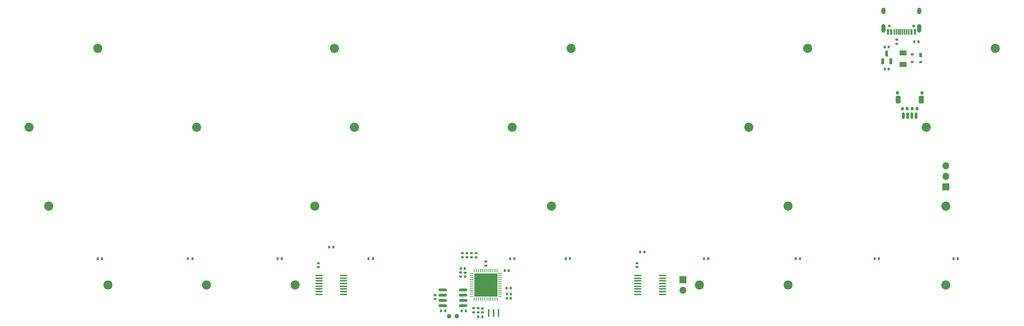
<source format=gbr>
%TF.GenerationSoftware,KiCad,Pcbnew,8.0.3*%
%TF.CreationDate,2024-08-24T23:39:28+02:00*%
%TF.ProjectId,toprevan,746f7072-6576-4616-9e2e-6b696361645f,rev?*%
%TF.SameCoordinates,Original*%
%TF.FileFunction,Soldermask,Bot*%
%TF.FilePolarity,Negative*%
%FSLAX46Y46*%
G04 Gerber Fmt 4.6, Leading zero omitted, Abs format (unit mm)*
G04 Created by KiCad (PCBNEW 8.0.3) date 2024-08-24 23:39:28*
%MOMM*%
%LPD*%
G01*
G04 APERTURE LIST*
G04 Aperture macros list*
%AMRoundRect*
0 Rectangle with rounded corners*
0 $1 Rounding radius*
0 $2 $3 $4 $5 $6 $7 $8 $9 X,Y pos of 4 corners*
0 Add a 4 corners polygon primitive as box body*
4,1,4,$2,$3,$4,$5,$6,$7,$8,$9,$2,$3,0*
0 Add four circle primitives for the rounded corners*
1,1,$1+$1,$2,$3*
1,1,$1+$1,$4,$5*
1,1,$1+$1,$6,$7*
1,1,$1+$1,$8,$9*
0 Add four rect primitives between the rounded corners*
20,1,$1+$1,$2,$3,$4,$5,0*
20,1,$1+$1,$4,$5,$6,$7,0*
20,1,$1+$1,$6,$7,$8,$9,0*
20,1,$1+$1,$8,$9,$2,$3,0*%
G04 Aperture macros list end*
%ADD10C,2.200000*%
%ADD11R,1.700000X1.700000*%
%ADD12O,1.700000X1.700000*%
%ADD13RoundRect,0.140000X-0.170000X0.140000X-0.170000X-0.140000X0.170000X-0.140000X0.170000X0.140000X0*%
%ADD14RoundRect,0.135000X-0.135000X-0.185000X0.135000X-0.185000X0.135000X0.185000X-0.135000X0.185000X0*%
%ADD15RoundRect,0.135000X-0.185000X0.135000X-0.185000X-0.135000X0.185000X-0.135000X0.185000X0.135000X0*%
%ADD16RoundRect,0.135000X0.135000X0.185000X-0.135000X0.185000X-0.135000X-0.185000X0.135000X-0.185000X0*%
%ADD17R,0.400000X1.900000*%
%ADD18RoundRect,0.062500X0.062500X-0.375000X0.062500X0.375000X-0.062500X0.375000X-0.062500X-0.375000X0*%
%ADD19RoundRect,0.062500X0.375000X-0.062500X0.375000X0.062500X-0.375000X0.062500X-0.375000X-0.062500X0*%
%ADD20R,5.600000X5.600000*%
%ADD21R,1.778000X0.419100*%
%ADD22RoundRect,0.150000X-0.150000X-0.625000X0.150000X-0.625000X0.150000X0.625000X-0.150000X0.625000X0*%
%ADD23RoundRect,0.250000X-0.350000X-0.650000X0.350000X-0.650000X0.350000X0.650000X-0.350000X0.650000X0*%
%ADD24R,0.700000X1.000000*%
%ADD25R,0.700000X0.600000*%
%ADD26RoundRect,0.250000X-0.625000X0.375000X-0.625000X-0.375000X0.625000X-0.375000X0.625000X0.375000X0*%
%ADD27C,0.650000*%
%ADD28R,0.600000X1.450000*%
%ADD29R,0.300000X1.450000*%
%ADD30O,1.000000X1.600000*%
%ADD31O,1.000000X2.100000*%
%ADD32RoundRect,0.140000X0.170000X-0.140000X0.170000X0.140000X-0.170000X0.140000X-0.170000X-0.140000X0*%
%ADD33RoundRect,0.150000X-0.825000X-0.150000X0.825000X-0.150000X0.825000X0.150000X-0.825000X0.150000X0*%
%ADD34RoundRect,0.150000X0.150000X-0.587500X0.150000X0.587500X-0.150000X0.587500X-0.150000X-0.587500X0*%
%ADD35RoundRect,0.140000X0.140000X0.170000X-0.140000X0.170000X-0.140000X-0.170000X0.140000X-0.170000X0*%
%ADD36RoundRect,0.140000X-0.140000X-0.170000X0.140000X-0.170000X0.140000X0.170000X-0.140000X0.170000X0*%
%ADD37RoundRect,0.135000X0.185000X-0.135000X0.185000X0.135000X-0.185000X0.135000X-0.185000X-0.135000X0*%
%ADD38RoundRect,0.150000X-0.150000X-0.275000X0.150000X-0.275000X0.150000X0.275000X-0.150000X0.275000X0*%
%ADD39RoundRect,0.175000X-0.175000X-0.225000X0.175000X-0.225000X0.175000X0.225000X-0.175000X0.225000X0*%
%ADD40RoundRect,0.237500X0.250000X0.237500X-0.250000X0.237500X-0.250000X-0.237500X0.250000X-0.237500X0*%
G04 APERTURE END LIST*
D10*
%TO.C,H3*%
X156368750Y-30956250D03*
%TD*%
%TO.C,H18*%
X68262500Y-88106250D03*
%TD*%
%TO.C,H22*%
X246856250Y-88106250D03*
%TD*%
%TO.C,H9*%
X142081250Y-50006250D03*
%TD*%
%TO.C,H4*%
X213518750Y-30956250D03*
%TD*%
%TO.C,H15*%
X208756250Y-69056250D03*
%TD*%
%TO.C,H14*%
X151606250Y-69056250D03*
%TD*%
%TO.C,H12*%
X30162500Y-69056250D03*
%TD*%
%TO.C,H21*%
X208756250Y-88106250D03*
%TD*%
%TO.C,H20*%
X187325000Y-88106250D03*
%TD*%
D11*
%TO.C,SW1*%
X183356250Y-86831250D03*
D12*
X183356250Y-89371250D03*
%TD*%
D10*
%TO.C,H16*%
X246856250Y-69056250D03*
%TD*%
%TO.C,H13*%
X94456250Y-69056250D03*
%TD*%
%TO.C,H5*%
X258762500Y-30956250D03*
%TD*%
%TO.C,H7*%
X65881250Y-50006250D03*
%TD*%
%TO.C,H6*%
X25400000Y-50006250D03*
%TD*%
%TO.C,H10*%
X199231250Y-50006250D03*
%TD*%
%TO.C,H17*%
X44450000Y-88106250D03*
%TD*%
%TO.C,H1*%
X42068750Y-30956250D03*
%TD*%
%TO.C,H19*%
X89693750Y-88106250D03*
%TD*%
%TO.C,H8*%
X103981250Y-50006250D03*
%TD*%
%TO.C,H11*%
X242093750Y-50006250D03*
%TD*%
%TO.C,H2*%
X99218750Y-30956250D03*
%TD*%
D13*
%TO.C,C10*%
X133886072Y-93745973D03*
X133886072Y-94705973D03*
%TD*%
D14*
%TO.C,R14*%
X63832898Y-81756250D03*
X64852898Y-81756250D03*
%TD*%
%TO.C,R23*%
X210627500Y-81756250D03*
X211647500Y-81756250D03*
%TD*%
D15*
%TO.C,R5*%
X132256250Y-80387058D03*
X132256250Y-81407058D03*
%TD*%
D16*
%TO.C,R18*%
X125922500Y-94362500D03*
X124902500Y-94362500D03*
%TD*%
D17*
%TO.C,Y1*%
X136401214Y-94917035D03*
X137601214Y-94917035D03*
X138801214Y-94917035D03*
%TD*%
D14*
%TO.C,R25*%
X248727500Y-81746059D03*
X249747500Y-81746059D03*
%TD*%
D18*
%TO.C,U1*%
X138481250Y-91543750D03*
X137981250Y-91543750D03*
X137481250Y-91543750D03*
X136981250Y-91543750D03*
X136481250Y-91543750D03*
X135981250Y-91543750D03*
X135481250Y-91543750D03*
X134981250Y-91543750D03*
X134481250Y-91543750D03*
X133981250Y-91543750D03*
X133481250Y-91543750D03*
X132981250Y-91543750D03*
D19*
X132293750Y-90856250D03*
X132293750Y-90356250D03*
X132293750Y-89856250D03*
X132293750Y-89356250D03*
X132293750Y-88856250D03*
X132293750Y-88356250D03*
X132293750Y-87856250D03*
X132293750Y-87356250D03*
X132293750Y-86856250D03*
X132293750Y-86356250D03*
X132293750Y-85856250D03*
X132293750Y-85356250D03*
D18*
X132981250Y-84668750D03*
X133481250Y-84668750D03*
X133981250Y-84668750D03*
X134481250Y-84668750D03*
X134981250Y-84668750D03*
X135481250Y-84668750D03*
X135981250Y-84668750D03*
X136481250Y-84668750D03*
X136981250Y-84668750D03*
X137481250Y-84668750D03*
X137981250Y-84668750D03*
X138481250Y-84668750D03*
D19*
X139168750Y-85356250D03*
X139168750Y-85856250D03*
X139168750Y-86356250D03*
X139168750Y-86856250D03*
X139168750Y-87356250D03*
X139168750Y-87856250D03*
X139168750Y-88356250D03*
X139168750Y-88856250D03*
X139168750Y-89356250D03*
X139168750Y-89856250D03*
X139168750Y-90356250D03*
X139168750Y-90856250D03*
D20*
X135731250Y-88106250D03*
%TD*%
D13*
%TO.C,C16*%
X132789679Y-93745973D03*
X132789679Y-94705973D03*
%TD*%
D11*
%TO.C,J4*%
X246856250Y-64452500D03*
D12*
X246856250Y-61912500D03*
X246856250Y-59372500D03*
%TD*%
D21*
%TO.C,U6*%
X178393090Y-85832950D03*
X178393090Y-86483190D03*
X178393090Y-87133430D03*
X178393090Y-87783670D03*
X178393090Y-88428830D03*
X178393090Y-89079070D03*
X178393090Y-89729310D03*
X178393090Y-90379550D03*
X172444410Y-90379550D03*
X172444410Y-89729310D03*
X172444410Y-89079070D03*
X172444410Y-88428830D03*
X172444410Y-87783670D03*
X172444410Y-87133430D03*
X172444410Y-86483190D03*
X172444410Y-85832950D03*
%TD*%
D14*
%TO.C,R8*%
X239202500Y-29368750D03*
X240222500Y-29368750D03*
%TD*%
D22*
%TO.C,J1*%
X236625000Y-47243750D03*
X237625000Y-47243750D03*
X238625000Y-47243750D03*
X239625000Y-47243750D03*
D23*
X235325000Y-43368750D03*
X240925000Y-43368750D03*
%TD*%
D14*
%TO.C,R16*%
X97915000Y-78997940D03*
X98935000Y-78997940D03*
%TD*%
D24*
%TO.C,D1*%
X240710621Y-32587500D03*
D25*
X240710621Y-34287500D03*
X238710621Y-34287500D03*
X238710621Y-32387500D03*
%TD*%
D21*
%TO.C,U4*%
X101399340Y-85832950D03*
X101399340Y-86483190D03*
X101399340Y-87133430D03*
X101399340Y-87783670D03*
X101399340Y-88428830D03*
X101399340Y-89079070D03*
X101399340Y-89729310D03*
X101399340Y-90379550D03*
X95450660Y-90379550D03*
X95450660Y-89729310D03*
X95450660Y-89079070D03*
X95450660Y-88428830D03*
X95450660Y-87783670D03*
X95450660Y-87133430D03*
X95450660Y-86483190D03*
X95450660Y-85832950D03*
%TD*%
D15*
%TO.C,R6*%
X130056250Y-80387058D03*
X130056250Y-81407058D03*
%TD*%
D16*
%TO.C,R20*%
X156085000Y-81756250D03*
X155065000Y-81756250D03*
%TD*%
D13*
%TO.C,C11*%
X134889679Y-93753408D03*
X134889679Y-94713408D03*
%TD*%
D15*
%TO.C,R4*%
X131156250Y-80387058D03*
X131156250Y-81407058D03*
%TD*%
D14*
%TO.C,R11*%
X140777500Y-88900000D03*
X141797500Y-88900000D03*
%TD*%
D26*
%TO.C,F_USBC1*%
X236537500Y-32082528D03*
X236537500Y-34882528D03*
%TD*%
D14*
%TO.C,R9*%
X133883473Y-95832687D03*
X134903473Y-95832687D03*
%TD*%
D27*
%TO.C,J3*%
X233234750Y-25580750D03*
X239014750Y-25580750D03*
D28*
X232874750Y-27025750D03*
X233674750Y-27025750D03*
D29*
X234874750Y-27025750D03*
X235874750Y-27025750D03*
X236374750Y-27025750D03*
X237374750Y-27025750D03*
D28*
X238574750Y-27025750D03*
X239374750Y-27025750D03*
X239374750Y-27025750D03*
X238574750Y-27025750D03*
D29*
X237874750Y-27025750D03*
X236874750Y-27025750D03*
X235374750Y-27025750D03*
X234374750Y-27025750D03*
D28*
X233674750Y-27025750D03*
X232874750Y-27025750D03*
D30*
X231804750Y-21930750D03*
D31*
X231804750Y-26110750D03*
D30*
X240444750Y-21930750D03*
D31*
X240444750Y-26110750D03*
%TD*%
D15*
%TO.C,R7*%
X234950000Y-28858750D03*
X234950000Y-29878750D03*
%TD*%
D14*
%TO.C,R15*%
X42068750Y-81756250D03*
X43088750Y-81756250D03*
%TD*%
D32*
%TO.C,C1*%
X130775537Y-86080138D03*
X130775537Y-85120138D03*
%TD*%
D16*
%TO.C,R17*%
X108453663Y-81746059D03*
X107433663Y-81746059D03*
%TD*%
D33*
%TO.C,U5*%
X125318750Y-93092500D03*
X125318750Y-91822500D03*
X125318750Y-90552500D03*
X125318750Y-89282500D03*
X130268750Y-89282500D03*
X130268750Y-90552500D03*
X130268750Y-91822500D03*
X130268750Y-93092500D03*
%TD*%
D14*
%TO.C,R24*%
X229677500Y-81756250D03*
X230697500Y-81756250D03*
%TD*%
D34*
%TO.C,U3*%
X233518750Y-34129972D03*
X231618750Y-34129972D03*
X232568750Y-32254972D03*
%TD*%
D35*
%TO.C,C12*%
X233048750Y-30596511D03*
X232088750Y-30596511D03*
%TD*%
%TO.C,C13*%
X233048750Y-35944924D03*
X232088750Y-35944924D03*
%TD*%
D16*
%TO.C,R19*%
X174057500Y-80168750D03*
X173037500Y-80168750D03*
%TD*%
D36*
%TO.C,C9*%
X140819430Y-90289802D03*
X141779430Y-90289802D03*
%TD*%
D32*
%TO.C,C15*%
X123451464Y-91501881D03*
X123451464Y-90541881D03*
%TD*%
D37*
%TO.C,R2*%
X135731250Y-83460000D03*
X135731250Y-82440000D03*
%TD*%
D16*
%TO.C,R21*%
X142591250Y-81756250D03*
X141571250Y-81756250D03*
%TD*%
D36*
%TO.C,C6*%
X140830343Y-91336235D03*
X141790343Y-91336235D03*
%TD*%
D35*
%TO.C,C7*%
X130686750Y-84105750D03*
X129726750Y-84105750D03*
%TD*%
D14*
%TO.C,R12*%
X129948750Y-94362500D03*
X130968750Y-94362500D03*
%TD*%
D36*
%TO.C,C8*%
X140295000Y-84650000D03*
X141255000Y-84650000D03*
%TD*%
D15*
%TO.C,R10*%
X129695761Y-85072261D03*
X129695761Y-86092261D03*
%TD*%
D38*
%TO.C,J2*%
X236325000Y-45531250D03*
X237525000Y-45531250D03*
X238725000Y-45531250D03*
X239925000Y-45531250D03*
D39*
X235175000Y-41756250D03*
X241075000Y-41756250D03*
%TD*%
D14*
%TO.C,R13*%
X85498750Y-81756250D03*
X86518750Y-81756250D03*
%TD*%
D15*
%TO.C,R3*%
X133350000Y-80387058D03*
X133350000Y-81407058D03*
%TD*%
D32*
%TO.C,C14*%
X95250000Y-83823750D03*
X95250000Y-82863750D03*
%TD*%
%TO.C,C17*%
X172243750Y-83823750D03*
X172243750Y-82863750D03*
%TD*%
D16*
%TO.C,R22*%
X189422500Y-81756250D03*
X188402500Y-81756250D03*
%TD*%
D40*
%TO.C,JP1*%
X128723442Y-95665357D03*
X126898442Y-95665357D03*
%TD*%
M02*

</source>
